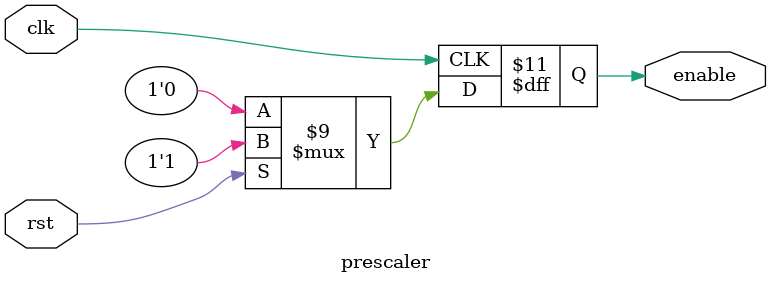
<source format=v>
/*
Clock prescaler.

Generates a positive pulse every NUM clock cycles.
Make sure NUM parameter can be stored in NUM_BITS bits.
The counter can be reset by setting "rst" high.
*/

module prescaler
    #(
        parameter NUM = 2,
        parameter NUM_BITS = 1,
    )
    (
        input clk,
        input rst,
        output reg enable,
    );

    reg [NUM_BITS-1:0] cnt;
    wire [NUM_BITS-1:0] cnt_next;

    assign cnt_next = cnt + 1'd1;

    always @(posedge clk) begin
        if ((cnt == NUM) | rst) begin
            enable <= 1'b1;
            cnt <= NUM_BITS'h0;
        end
        else begin
            enable <= 1'b0;
            cnt <= cnt_next;
        end
    end

endmodule

</source>
